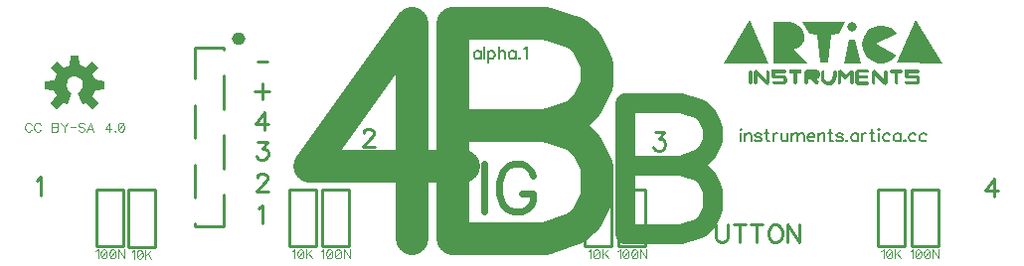
<source format=gbr>
G04 DipTrace 3.3.1.3*
G04 TopSilk.gbr*
%MOIN*%
G04 #@! TF.FileFunction,Legend,Top*
G04 #@! TF.Part,Single*
%ADD10C,0.009843*%
%ADD18C,0.015584*%
%ADD19C,0.032777*%
%ADD20C,0.012511*%
%ADD21C,0.012511*%
%ADD22C,0.012438*%
%ADD23C,0.012438*%
%ADD24C,0.013974*%
%ADD25O,0.015584X0.014044*%
%ADD26O,0.026485X0.032763*%
%ADD27O,0.007829X0.006247*%
%ADD28C,0.014047*%
%ADD29O,0.015657X0.014044*%
%ADD30O,0.012438X0.014044*%
%ADD31O,0.012438X0.010921*%
%ADD32O,0.04467X0.043737*%
%ADD50C,0.004632*%
%ADD51C,0.009264*%
%ADD52C,0.006176*%
%ADD53C,0.111163*%
%ADD54C,0.024703*%
%ADD55C,0.067933*%
%FSLAX26Y26*%
G04*
G70*
G90*
G75*
G01*
G04 TopSilk*
%LPD*%
X3782450Y709509D2*
D10*
X3692450D1*
Y517509D1*
X3782450D1*
Y709509D1*
X2801201D2*
X2711201D1*
Y517509D1*
X2801201D1*
Y709509D1*
X1807451D2*
X1717451D1*
Y517509D1*
X1807451D1*
Y709509D1*
X1051201Y709583D2*
X961201D1*
Y517583D1*
X1051201D1*
Y709583D1*
X3579951Y517509D2*
X3669951D1*
Y709509D1*
X3579951D1*
Y517509D1*
X2598701D2*
X2688701D1*
Y709509D1*
X2598701D1*
Y517509D1*
X1606329D2*
X1696329D1*
Y709509D1*
X1606329D1*
Y517509D1*
X1067451Y515319D2*
X1157451D1*
Y707319D1*
X1067451D1*
Y515319D1*
D18*
X3232304Y1103175D3*
G36*
X3065381Y1132815D2*
X3149739Y1276581D1*
X3215367Y1132815D1*
X3065381D1*
G37*
G36*
X3229195Y1270090D2*
X3288458D1*
X3296286Y1268540D1*
X3307188Y1263866D1*
X3315016Y1259192D1*
X3322772Y1252945D1*
X3327454Y1246698D1*
X3332137Y1237350D1*
X3333673Y1229530D1*
X3335283Y1218631D1*
X3333673Y1209261D1*
X3328991Y1198340D1*
X3322772Y1192093D1*
X3315016Y1185869D1*
X3305651Y1181172D1*
X3297823Y1178071D1*
X3346184Y1132815D1*
X3229195D1*
Y1270090D1*
G37*
G36*
X3327454D2*
X3471002D1*
X3450736Y1231103D1*
X3422641Y1226429D1*
X3413276Y1134387D1*
X3386717D1*
X3377352Y1226429D1*
X3349330Y1231103D1*
X3327454Y1270090D1*
G37*
G36*
X3485050Y1212384D2*
X3505316D1*
X3525582Y1132815D1*
X3466320D1*
X3485050Y1212384D1*
G37*
G36*
X3642572Y1159331D2*
X3573944Y1196789D1*
X3642572Y1232654D1*
X3633207Y1243574D1*
X3623842Y1249821D1*
X3611404Y1256068D1*
X3598893Y1259192D1*
X3584845D1*
X3572407Y1256068D1*
X3559896Y1251372D1*
X3548995Y1243574D1*
X3539630Y1232654D1*
X3533411Y1221733D1*
X3530265Y1209261D1*
X3528728Y1196789D1*
X3530265Y1182745D1*
X3533411Y1170251D1*
X3541166Y1157780D1*
X3550531Y1148432D1*
X3561433Y1140612D1*
X3573944Y1135938D1*
X3584845Y1132815D1*
X3598893D1*
X3611404Y1135938D1*
X3625451Y1142185D1*
X3642572Y1159331D1*
G37*
G36*
X3644108Y1134387D2*
X3708127Y1279461D1*
X3797021Y1132815D1*
X3644108Y1134387D1*
G37*
D19*
X3495146Y1255282D3*
G36*
X3148056Y1103175D2*
X3160567D1*
Y1065738D1*
X3148056D1*
Y1103175D1*
G37*
D20*
X3154311Y1104737D3*
D21*
Y1065738D3*
G36*
X3165249Y1103175D2*
X3177687D1*
Y1065738D1*
X3165249D1*
Y1103175D1*
G37*
D22*
X3171468Y1104737D3*
D23*
Y1065738D3*
G36*
X3205782Y1103175D2*
X3218293D1*
Y1065738D1*
X3205782D1*
Y1103175D1*
G37*
D20*
X3212038Y1104737D3*
D21*
Y1065738D3*
G36*
X3297823Y1101625D2*
X3310334D1*
Y1064188D1*
X3297823D1*
Y1101625D1*
G37*
D20*
X3304078Y1103186D3*
Y1064177D3*
D24*
X3268960Y1085232D3*
D25*
X3268155Y1068087D3*
D18*
X3678459Y1103175D3*
G36*
X3285312Y1110973D2*
X3322772D1*
Y1098501D1*
X3285312D1*
Y1110973D1*
G37*
D20*
X3286885Y1104737D3*
D22*
X3321235D3*
G36*
X3335283Y1103175D2*
X3347721D1*
Y1065738D1*
X3335283D1*
Y1103175D1*
G37*
D22*
X3341502Y1104737D3*
D23*
Y1065738D3*
G36*
X3389863Y1103175D2*
X3402374D1*
Y1084457D1*
X3389863D1*
Y1103175D1*
G37*
D20*
X3396119Y1104737D3*
G36*
X3341502Y1110973D2*
X3375816D1*
Y1078210D1*
X3341502D1*
Y1110973D1*
G37*
G36*
X3430396Y1103175D2*
X3442907D1*
Y1089131D1*
X3430396D1*
Y1103175D1*
G37*
D20*
X3436652Y1104737D3*
D26*
X3373474Y1094591D3*
G36*
X3636353Y1101625D2*
X3648791D1*
Y1064188D1*
X3636353D1*
Y1101625D1*
G37*
D22*
X3642572Y1103186D3*
Y1064177D3*
G36*
X3623842Y1110973D2*
X3661302D1*
Y1098501D1*
X3623842D1*
Y1110973D1*
G37*
D20*
X3625415Y1104737D3*
X3659729D3*
G36*
X3503706Y1103175D2*
X3516217D1*
Y1065738D1*
X3503706D1*
Y1103175D1*
G37*
D20*
X3509962Y1104737D3*
D21*
Y1065738D3*
G36*
X3486586Y1103175D2*
X3499097D1*
Y1065738D1*
X3486586D1*
Y1103175D1*
G37*
D20*
X3492841Y1104737D3*
D21*
Y1065738D3*
G36*
X3446053Y1103175D2*
X3458491D1*
Y1065738D1*
X3446053D1*
Y1103175D1*
G37*
D22*
X3452272Y1104737D3*
D23*
Y1065738D3*
G36*
X3393009Y1087580D2*
X3402374D1*
Y1078210D1*
X3393009D1*
Y1087580D1*
G37*
D27*
X3471770Y1079783D3*
D28*
X3715150Y1085232D3*
D29*
X3714346Y1068087D3*
G36*
X3680032Y1110973D2*
X3717492D1*
Y1098501D1*
X3680032D1*
Y1110973D1*
G37*
D22*
X3681568Y1104737D3*
D20*
X3715919D3*
G36*
X3675349Y1092254D2*
X3712809D1*
Y1081333D1*
X3675349D1*
Y1092254D1*
G37*
D30*
X3676886Y1088356D3*
G36*
X3675349Y1071985D2*
X3712809D1*
Y1061064D1*
X3675349D1*
Y1071985D1*
G37*
G36*
X3171468Y1110973D2*
X3215147Y1071985D1*
X3213611Y1059492D1*
X3207319Y1062615D1*
X3171468Y1093827D1*
Y1110973D1*
G37*
G36*
X3559896Y1103175D2*
X3572407D1*
Y1065738D1*
X3559896D1*
Y1103175D1*
G37*
D20*
X3566152Y1104737D3*
D21*
Y1065738D3*
G36*
X3600429Y1103175D2*
X3612940D1*
Y1065738D1*
X3600429D1*
Y1103175D1*
G37*
D20*
X3606685Y1104737D3*
D21*
Y1065738D3*
G36*
X3566115Y1110973D2*
X3609794Y1071985D1*
X3608258Y1059492D1*
X3602039Y1062615D1*
X3566115Y1093827D1*
Y1110973D1*
G37*
G36*
X3233877D2*
X3271264D1*
Y1098501D1*
X3233877D1*
Y1110973D1*
G37*
D22*
X3235414Y1104737D3*
X3269728D3*
G36*
X3229195Y1092254D2*
X3266655D1*
Y1081333D1*
X3229195D1*
Y1092254D1*
G37*
D30*
X3230731Y1088356D3*
D31*
X3675349Y1066525D3*
G36*
X3229195Y1071985D2*
X3266655D1*
Y1061064D1*
X3229195D1*
Y1071985D1*
G37*
D31*
Y1066525D3*
D22*
X3265045Y1067300D3*
D21*
X3378925Y1065738D3*
G36*
X3354013Y1079783D2*
X3374279Y1061064D1*
X3383644Y1070413D1*
X3371133Y1082906D1*
X3354013Y1079783D1*
G37*
G36*
X3414812Y1059492D2*
X3425713D1*
X3436688Y1067311D1*
X3441371Y1078210D1*
X3442907Y1090704D1*
X3430396Y1092254D1*
X3428860Y1079783D1*
X3414812Y1059492D1*
G37*
G36*
X3389863Y1090704D2*
Y1075109D1*
X3400765Y1061064D1*
X3417958Y1059492D1*
X3432006Y1068862D1*
X3424177Y1073536D1*
X3417958Y1070413D1*
X3408593Y1071985D1*
X3389863Y1090704D1*
G37*
G36*
X3453808Y1110973D2*
X3472538Y1093827D1*
X3489732Y1109422D1*
X3495951Y1100052D1*
X3475685Y1079783D1*
X3467856D1*
X3453808Y1093827D1*
Y1110973D1*
G37*
G36*
X3224512Y1101625D2*
X3236950D1*
Y1089131D1*
X3224512D1*
Y1101625D1*
G37*
G36*
X3265045Y1082906D2*
X3275947D1*
Y1068862D1*
X3265045D1*
Y1082906D1*
G37*
G36*
X3509998Y1112546D2*
X3547385D1*
Y1100052D1*
X3509998D1*
Y1112546D1*
G37*
D23*
X3511535Y1106299D3*
X3545849D3*
G36*
X3508389Y1092254D2*
X3545849D1*
Y1079783D1*
X3508389D1*
Y1092254D1*
G37*
D20*
X3509962Y1086019D3*
D22*
X3544312D3*
G36*
X3509998Y1071985D2*
X3547385D1*
Y1059492D1*
X3509998D1*
Y1071985D1*
G37*
D23*
X3511535Y1065738D3*
X3545849D3*
D20*
X3711236Y1067300D3*
G36*
X3670667Y1101625D2*
X3683105D1*
Y1089131D1*
X3670667D1*
Y1101625D1*
G37*
G36*
X3711200Y1082906D2*
X3722174D1*
Y1068862D1*
X3711200D1*
Y1082906D1*
G37*
G36*
X873413Y1158401D2*
X899931D1*
X904603Y1127203D1*
X923333Y1119399D1*
X948293Y1139689D1*
X968561Y1119399D1*
X948293Y1094445D1*
X956101Y1077276D1*
X987291Y1072594D1*
Y1044518D1*
X956101Y1041396D1*
X948293Y1022685D1*
X967003Y997712D1*
X948293Y979001D1*
X923333Y997712D1*
X912411Y993048D1*
X896816Y1030489D1*
X907738Y1039835D1*
X915526Y1050761D1*
Y1063247D1*
X912411Y1074155D1*
X903046Y1081958D1*
X892123Y1086641D1*
X879643D1*
X868721Y1080398D1*
X862491Y1071033D1*
X859376Y1058565D1*
X862491Y1046078D1*
X870298Y1035153D1*
X878086Y1030489D1*
X862491Y993048D1*
X851568Y997712D1*
X826608Y979001D1*
X807898Y997712D1*
X826608Y1024245D1*
X818801Y1041396D1*
X787611Y1044518D1*
Y1072594D1*
X820378Y1075715D1*
X826608Y1094445D1*
X806341Y1119399D1*
X826608Y1138129D1*
X851568Y1119399D1*
X870298Y1125642D1*
X873413Y1158401D1*
G37*
D32*
X1435911Y1213958D3*
X1289556Y680238D2*
D10*
Y790524D1*
Y585940D2*
Y593673D1*
Y585940D2*
X1387610D1*
Y692131D1*
Y778696D2*
Y892816D1*
X1289556Y880274D2*
Y990559D1*
X1387610Y978666D2*
Y1092852D1*
X1289556Y1080374D2*
Y1185850D1*
X1387610Y1178832D2*
Y1185850D1*
X1289556D1*
X3689813Y501564D2*
D50*
X3692698Y503023D1*
X3697009Y507301D1*
Y477190D1*
X3714894Y507301D2*
X3710583Y505875D1*
X3707698Y501564D1*
X3706272Y494401D1*
Y490090D1*
X3707698Y482927D1*
X3710583Y478616D1*
X3714894Y477190D1*
X3717746D1*
X3722057Y478616D1*
X3724909Y482927D1*
X3726368Y490090D1*
Y494401D1*
X3724909Y501564D1*
X3722057Y505875D1*
X3717746Y507301D1*
X3714894D1*
X3724909Y501564D2*
X3707698Y482927D1*
X3744254Y507301D2*
X3739943Y505875D1*
X3737058Y501564D1*
X3735632Y494401D1*
Y490090D1*
X3737058Y482927D1*
X3739943Y478616D1*
X3744254Y477190D1*
X3747106D1*
X3751417Y478616D1*
X3754269Y482927D1*
X3755728Y490090D1*
Y494401D1*
X3754269Y501564D1*
X3751417Y505875D1*
X3747106Y507301D1*
X3744254D1*
X3754269Y501564D2*
X3737058Y482927D1*
X3785088Y507334D2*
Y477190D1*
X3764992Y507334D1*
Y477190D1*
X2708563Y501564D2*
X2711448Y503023D1*
X2715760Y507301D1*
Y477190D1*
X2733645Y507301D2*
X2729334Y505875D1*
X2726449Y501564D1*
X2725023Y494401D1*
Y490090D1*
X2726449Y482927D1*
X2729334Y478616D1*
X2733645Y477190D1*
X2736497D1*
X2740808Y478616D1*
X2743660Y482927D1*
X2745119Y490090D1*
Y494401D1*
X2743660Y501564D1*
X2740808Y505875D1*
X2736497Y507301D1*
X2733645D1*
X2743660Y501564D2*
X2726449Y482927D1*
X2763005Y507301D2*
X2758694Y505875D1*
X2755809Y501564D1*
X2754383Y494401D1*
Y490090D1*
X2755809Y482927D1*
X2758694Y478616D1*
X2763005Y477190D1*
X2765857D1*
X2770168Y478616D1*
X2773019Y482927D1*
X2774479Y490090D1*
Y494401D1*
X2773019Y501564D1*
X2770168Y505875D1*
X2765857Y507301D1*
X2763005D1*
X2773019Y501564D2*
X2755809Y482927D1*
X2803838Y507334D2*
Y477190D1*
X2783742Y507334D1*
Y477190D1*
X1714814Y501564D2*
X1717699Y503023D1*
X1722010Y507301D1*
Y477190D1*
X1739896Y507301D2*
X1735585Y505875D1*
X1732700Y501564D1*
X1731274Y494401D1*
Y490090D1*
X1732700Y482927D1*
X1735585Y478616D1*
X1739896Y477190D1*
X1742748D1*
X1747059Y478616D1*
X1749911Y482927D1*
X1751370Y490090D1*
Y494401D1*
X1749911Y501564D1*
X1747059Y505875D1*
X1742748Y507301D1*
X1739896D1*
X1749911Y501564D2*
X1732700Y482927D1*
X1769255Y507301D2*
X1764944Y505875D1*
X1762059Y501564D1*
X1760633Y494401D1*
Y490090D1*
X1762059Y482927D1*
X1764944Y478616D1*
X1769255Y477190D1*
X1772107D1*
X1776418Y478616D1*
X1779270Y482927D1*
X1780729Y490090D1*
Y494401D1*
X1779270Y501564D1*
X1776418Y505875D1*
X1772107Y507301D1*
X1769255D1*
X1779270Y501564D2*
X1762059Y482927D1*
X1810089Y507334D2*
Y477190D1*
X1789993Y507334D1*
Y477190D1*
X958563Y501637D2*
X961448Y503096D1*
X965760Y507374D1*
Y477263D1*
X983645Y507374D2*
X979334Y505948D1*
X976449Y501637D1*
X975023Y494474D1*
Y490163D1*
X976449Y483000D1*
X979334Y478689D1*
X983645Y477263D1*
X986497D1*
X990808Y478689D1*
X993660Y483000D1*
X995119Y490163D1*
Y494474D1*
X993660Y501637D1*
X990808Y505948D1*
X986497Y507374D1*
X983645D1*
X993660Y501637D2*
X976449Y483000D1*
X1013005Y507374D2*
X1008694Y505948D1*
X1005809Y501637D1*
X1004383Y494474D1*
Y490163D1*
X1005809Y483000D1*
X1008694Y478689D1*
X1013005Y477263D1*
X1015857D1*
X1020168Y478689D1*
X1023019Y483000D1*
X1024479Y490163D1*
Y494474D1*
X1023019Y501637D1*
X1020168Y505948D1*
X1015857Y507374D1*
X1013005D1*
X1023019Y501637D2*
X1005809Y483000D1*
X1053838Y507407D2*
Y477263D1*
X1033742Y507407D1*
Y477263D1*
X3591994Y501564D2*
X3594879Y503023D1*
X3599190Y507301D1*
Y477190D1*
X3617076Y507301D2*
X3612765Y505875D1*
X3609879Y501564D1*
X3608453Y494401D1*
Y490090D1*
X3609879Y482927D1*
X3612765Y478616D1*
X3617076Y477190D1*
X3619927D1*
X3624238Y478616D1*
X3627090Y482927D1*
X3628549Y490090D1*
Y494401D1*
X3627090Y501564D1*
X3624238Y505875D1*
X3619927Y507301D1*
X3617076D1*
X3627090Y501564D2*
X3609879Y482927D1*
X3637813Y507334D2*
Y477190D1*
X3657909Y507334D2*
X3637813Y487238D1*
X3644976Y494434D2*
X3657909Y477190D1*
X2610743Y501564D2*
X2613628Y503023D1*
X2617939Y507301D1*
Y477190D1*
X2635825Y507301D2*
X2631514Y505875D1*
X2628629Y501564D1*
X2627203Y494401D1*
Y490090D1*
X2628629Y482927D1*
X2631514Y478616D1*
X2635825Y477190D1*
X2638677D1*
X2642988Y478616D1*
X2645840Y482927D1*
X2647299Y490090D1*
Y494401D1*
X2645840Y501564D1*
X2642988Y505875D1*
X2638677Y507301D1*
X2635825D1*
X2645840Y501564D2*
X2628629Y482927D1*
X2656562Y507334D2*
Y477190D1*
X2676658Y507334D2*
X2656562Y487238D1*
X2663725Y494434D2*
X2676658Y477190D1*
X1618372Y501564D2*
X1621257Y503023D1*
X1625568Y507301D1*
Y477190D1*
X1643453Y507301D2*
X1639142Y505875D1*
X1636257Y501564D1*
X1634831Y494401D1*
Y490090D1*
X1636257Y482927D1*
X1639142Y478616D1*
X1643453Y477190D1*
X1646305D1*
X1650616Y478616D1*
X1653468Y482927D1*
X1654927Y490090D1*
Y494401D1*
X1653468Y501564D1*
X1650616Y505875D1*
X1646305Y507301D1*
X1643453D1*
X1653468Y501564D2*
X1636257Y482927D1*
X1664191Y507334D2*
Y477190D1*
X1684287Y507334D2*
X1664191Y487238D1*
X1671354Y494434D2*
X1684287Y477190D1*
X1079494Y499374D2*
X1082379Y500833D1*
X1086690Y505111D1*
Y475000D1*
X1104576Y505111D2*
X1100265Y503685D1*
X1097379Y499374D1*
X1095953Y492211D1*
Y487900D1*
X1097379Y480737D1*
X1100265Y476426D1*
X1104576Y475000D1*
X1107427D1*
X1111738Y476426D1*
X1114590Y480737D1*
X1116049Y487900D1*
Y492211D1*
X1114590Y499374D1*
X1111738Y503685D1*
X1107427Y505111D1*
X1104576D1*
X1114590Y499374D2*
X1097379Y480737D1*
X1125313Y505144D2*
Y475000D1*
X1145409Y505144D2*
X1125313Y485048D1*
X1132476Y492244D2*
X1145409Y475000D1*
X1499263Y747927D2*
D51*
Y750779D1*
X1502115Y756549D1*
X1504966Y759401D1*
X1510737Y762253D1*
X1522211D1*
X1527914Y759401D1*
X1530766Y756549D1*
X1533684Y750779D1*
Y745075D1*
X1530766Y739305D1*
X1525062Y730749D1*
X1496344Y702031D1*
X1536536D1*
X1499860Y1138394D2*
X1533022D1*
X1516408Y1064228D2*
Y1012562D1*
X1490608Y1038362D2*
X1542274D1*
X1523637Y908283D2*
Y968505D1*
X1494919Y928379D1*
X1537963D1*
X1502115Y868507D2*
X1533618D1*
X1516440Y845559D1*
X1525062D1*
X1530766Y842707D1*
X1533618Y839855D1*
X1536536Y831233D1*
Y825530D1*
X1533618Y816907D1*
X1527914Y811137D1*
X1519292Y808285D1*
X1510670D1*
X1502115Y811137D1*
X1499263Y814056D1*
X1496344Y819759D1*
X1502995Y644531D2*
X1508765Y647449D1*
X1517387Y656005D1*
Y595783D1*
X759363Y738281D2*
X765133Y741199D1*
X773755Y749755D1*
Y689533D1*
X3119106Y910419D2*
D52*
X3121007Y908517D1*
X3122953Y910419D1*
X3121007Y912364D1*
X3119106Y910419D1*
X3121007Y897021D2*
Y870227D1*
X3135304Y897021D2*
Y870227D1*
Y889372D2*
X3141052Y895120D1*
X3144899Y897021D1*
X3150603D1*
X3154450Y895120D1*
X3156351Y889372D1*
Y870227D1*
X3189749Y891273D2*
X3187848Y895120D1*
X3182100Y897021D1*
X3176352D1*
X3170604Y895120D1*
X3168702Y891273D1*
X3170604Y887471D1*
X3174450Y885525D1*
X3184001Y883624D1*
X3187848Y881723D1*
X3189749Y877876D1*
Y875975D1*
X3187848Y872172D1*
X3182100Y870227D1*
X3176352D1*
X3170604Y872172D1*
X3168702Y875975D1*
X3207848Y910419D2*
Y877876D1*
X3209750Y872172D1*
X3213597Y870227D1*
X3217399D1*
X3202100Y897021D2*
X3215498D1*
X3229750D2*
Y870227D1*
Y885525D2*
X3231696Y891273D1*
X3235498Y895120D1*
X3239345Y897021D1*
X3245093D1*
X3257445D2*
Y877876D1*
X3259346Y872172D1*
X3263193Y870227D1*
X3268941D1*
X3272743Y872172D1*
X3278491Y877876D1*
Y897021D2*
Y870227D1*
X3290843Y897021D2*
Y870227D1*
Y889372D2*
X3296591Y895120D1*
X3300438Y897021D1*
X3306141D1*
X3309988Y895120D1*
X3311889Y889372D1*
Y870227D1*
Y889372D2*
X3317637Y895120D1*
X3321484Y897021D1*
X3327188D1*
X3331035Y895120D1*
X3332980Y889372D1*
Y870227D1*
X3345332Y885525D2*
X3368280D1*
Y889372D1*
X3366378Y893219D1*
X3364477Y895120D1*
X3360630Y897021D1*
X3354882D1*
X3351080Y895120D1*
X3347233Y891273D1*
X3345332Y885525D1*
Y881723D1*
X3347233Y875975D1*
X3351080Y872172D1*
X3354882Y870227D1*
X3360630D1*
X3364477Y872172D1*
X3368280Y875975D1*
X3380631Y897021D2*
Y870227D1*
Y889372D2*
X3386379Y895120D1*
X3390226Y897021D1*
X3395930D1*
X3399776Y895120D1*
X3401678Y889372D1*
Y870227D1*
X3419777Y910419D2*
Y877876D1*
X3421678Y872172D1*
X3425525Y870227D1*
X3429328D1*
X3414029Y897021D2*
X3427426D1*
X3462726Y891273D2*
X3460824Y895120D1*
X3455076Y897021D1*
X3449328D1*
X3443580Y895120D1*
X3441679Y891273D1*
X3443580Y887471D1*
X3447427Y885525D1*
X3456978Y883624D1*
X3460824Y881723D1*
X3462726Y877876D1*
Y875975D1*
X3460824Y872172D1*
X3455076Y870227D1*
X3449328D1*
X3443580Y872172D1*
X3441679Y875975D1*
X3476978Y874073D2*
X3475077Y872128D1*
X3476978Y870227D1*
X3478924Y872128D1*
X3476978Y874073D1*
X3514223Y897021D2*
Y870227D1*
Y891273D2*
X3510421Y895120D1*
X3506574Y897021D1*
X3500870D1*
X3497023Y895120D1*
X3493221Y891273D1*
X3491275Y885525D1*
Y881723D1*
X3493221Y875975D1*
X3497023Y872172D1*
X3500870Y870227D1*
X3506574D1*
X3510421Y872172D1*
X3514223Y875975D1*
X3526574Y897021D2*
Y870227D1*
Y885525D2*
X3528520Y891273D1*
X3532322Y895120D1*
X3536169Y897021D1*
X3541917D1*
X3560017Y910419D2*
Y877876D1*
X3561918Y872172D1*
X3565765Y870227D1*
X3569567D1*
X3554269Y897021D2*
X3567666D1*
X3581919Y910419D2*
X3583820Y908517D1*
X3585765Y910419D1*
X3583820Y912364D1*
X3581919Y910419D1*
X3583820Y897021D2*
Y870227D1*
X3621109Y891273D2*
X3617262Y895120D1*
X3613415Y897021D1*
X3607712D1*
X3603865Y895120D1*
X3600062Y891273D1*
X3598117Y885525D1*
Y881723D1*
X3600062Y875975D1*
X3603865Y872172D1*
X3607712Y870227D1*
X3613415D1*
X3617262Y872172D1*
X3621109Y875975D1*
X3656408Y897021D2*
Y870227D1*
Y891273D2*
X3652606Y895120D1*
X3648759Y897021D1*
X3643055D1*
X3639208Y895120D1*
X3635406Y891273D1*
X3633460Y885525D1*
Y881723D1*
X3635406Y875975D1*
X3639208Y872172D1*
X3643055Y870227D1*
X3648759D1*
X3652606Y872172D1*
X3656408Y875975D1*
X3670661Y874073D2*
X3668760Y872128D1*
X3670661Y870227D1*
X3672606Y872128D1*
X3670661Y874073D1*
X3707950Y891273D2*
X3704103Y895120D1*
X3700256Y897021D1*
X3694553D1*
X3690706Y895120D1*
X3686903Y891273D1*
X3684958Y885525D1*
Y881723D1*
X3686903Y875975D1*
X3690706Y872172D1*
X3694553Y870227D1*
X3700256D1*
X3704103Y872172D1*
X3707950Y875975D1*
X3743293Y891273D2*
X3739447Y895120D1*
X3735600Y897021D1*
X3729896D1*
X3726049Y895120D1*
X3722247Y891273D1*
X3720301Y885525D1*
Y881723D1*
X3722247Y875975D1*
X3726049Y872172D1*
X3729896Y870227D1*
X3735600D1*
X3739447Y872172D1*
X3743293Y875975D1*
X2833884Y899754D2*
D51*
X2865387D1*
X2848209Y876806D1*
X2856831D1*
X2862535Y873954D1*
X2865387Y871102D1*
X2868305Y862480D1*
Y856776D1*
X2865387Y848154D1*
X2859683Y842384D1*
X2851061Y839532D1*
X2842439D1*
X2833884Y842384D1*
X2831032Y845302D1*
X2828113Y851006D1*
X3969333Y683282D2*
Y743504D1*
X3940615Y703378D1*
X3983659D1*
X743001Y925397D2*
D50*
X741575Y928249D1*
X738690Y931134D1*
X735838Y932560D1*
X730101D1*
X727216Y931134D1*
X724364Y928249D1*
X722905Y925397D1*
X721479Y921086D1*
Y913890D1*
X722905Y909612D1*
X724364Y906727D1*
X727216Y903875D1*
X730101Y902416D1*
X735838D1*
X738690Y903875D1*
X741575Y906727D1*
X743001Y909612D1*
X773787Y925397D2*
X772361Y928249D1*
X769476Y931134D1*
X766624Y932560D1*
X760887D1*
X758002Y931134D1*
X755150Y928249D1*
X753691Y925397D1*
X752265Y921086D1*
Y913890D1*
X753691Y909612D1*
X755150Y906727D1*
X758002Y903875D1*
X760887Y902416D1*
X766624D1*
X769476Y903875D1*
X772361Y906727D1*
X773787Y909612D1*
X812211Y932560D2*
Y902416D1*
X825144D1*
X829455Y903875D1*
X830881Y905301D1*
X832307Y908153D1*
Y912464D1*
X830881Y915349D1*
X829455Y916775D1*
X825144Y918201D1*
X829455Y919660D1*
X830881Y921086D1*
X832307Y923938D1*
Y926823D1*
X830881Y929675D1*
X829455Y931134D1*
X825144Y932560D1*
X812211D1*
Y918201D2*
X825144D1*
X841570Y932560D2*
X853044Y918201D1*
Y902416D1*
X864518Y932560D2*
X853044Y918201D1*
X873782Y917471D2*
X890363D1*
X919722Y928249D2*
X916870Y931134D1*
X912559Y932560D1*
X906822D1*
X902511Y931134D1*
X899626Y928249D1*
Y925397D1*
X901085Y922512D1*
X902511Y921086D1*
X905363Y919660D1*
X913985Y916775D1*
X916870Y915349D1*
X918296Y913890D1*
X919722Y911038D1*
Y906727D1*
X916870Y903875D1*
X912559Y902416D1*
X906822D1*
X902511Y903875D1*
X899626Y906727D1*
X951967Y902416D2*
X940460Y932560D1*
X928986Y902416D1*
X933297Y912464D2*
X947656D1*
X1004750Y902416D2*
Y932527D1*
X990391Y912464D1*
X1011913D1*
X1022602Y905301D2*
X1021177Y903842D1*
X1022602Y902416D1*
X1024062Y903842D1*
X1022602Y905301D1*
X1041947Y932527D2*
X1037636Y931101D1*
X1034751Y926790D1*
X1033325Y919627D1*
Y915316D1*
X1034751Y908153D1*
X1037636Y903842D1*
X1041947Y902416D1*
X1044799D1*
X1049110Y903842D1*
X1051962Y908153D1*
X1053421Y915316D1*
Y919627D1*
X1051962Y926790D1*
X1049110Y931101D1*
X1044799Y932527D1*
X1041947D1*
X1051962Y926790D2*
X1034751Y908153D1*
X2018084Y545604D2*
D53*
Y1268264D1*
X1673467Y786756D1*
X2189994D1*
X2154716Y1269060D2*
Y545604D1*
X2465110D1*
X2568575Y580623D1*
X2602798Y614846D1*
X2637021Y683291D1*
Y786756D1*
X2602798Y855998D1*
X2568575Y890220D1*
X2465110Y924443D1*
X2568575Y959462D1*
X2602798Y993685D1*
X2637021Y1062131D1*
Y1131372D1*
X2602798Y1199818D1*
X2568575Y1234837D1*
X2465110Y1269060D1*
X2154716D1*
Y924443D2*
X2465110D1*
X2249519Y1174454D2*
D52*
Y1147660D1*
Y1168706D2*
X2245716Y1172553D1*
X2241869Y1174454D1*
X2236166D1*
X2232319Y1172553D1*
X2228516Y1168706D1*
X2226571Y1162958D1*
Y1159156D1*
X2228516Y1153408D1*
X2232319Y1149605D1*
X2236166Y1147660D1*
X2241869D1*
X2245716Y1149605D1*
X2249519Y1153408D1*
X2261870Y1187852D2*
Y1147660D1*
X2274221Y1174454D2*
Y1134262D1*
Y1168706D2*
X2278068Y1172509D1*
X2281871Y1174454D1*
X2287619D1*
X2291466Y1172509D1*
X2295268Y1168706D1*
X2297214Y1162958D1*
Y1159112D1*
X2295268Y1153408D1*
X2291466Y1149561D1*
X2287619Y1147660D1*
X2281871D1*
X2278068Y1149561D1*
X2274221Y1153408D1*
X2309565Y1187852D2*
Y1147660D1*
Y1166805D2*
X2315313Y1172553D1*
X2319160Y1174454D1*
X2324908D1*
X2328710Y1172553D1*
X2330612Y1166805D1*
Y1147660D1*
X2365911Y1174454D2*
Y1147660D1*
Y1168706D2*
X2362108Y1172553D1*
X2358262Y1174454D1*
X2352558D1*
X2348711Y1172553D1*
X2344909Y1168706D1*
X2342963Y1162958D1*
Y1159156D1*
X2344909Y1153408D1*
X2348711Y1149605D1*
X2352558Y1147660D1*
X2358262D1*
X2362108Y1149605D1*
X2365911Y1153408D1*
X2380164Y1151506D2*
X2378262Y1149561D1*
X2380164Y1147660D1*
X2382109Y1149561D1*
X2380164Y1151506D1*
X2394461Y1180158D2*
X2398307Y1182104D1*
X2404055Y1187807D1*
Y1147660D1*
X2260836Y794029D2*
D54*
Y633261D1*
X2425025Y755826D2*
X2417420Y771037D1*
X2402033Y786424D1*
X2386823Y794029D1*
X2356225D1*
X2340838Y786424D1*
X2325628Y771037D1*
X2317846Y755826D1*
X2310241Y732834D1*
Y694455D1*
X2317846Y671640D1*
X2325628Y656253D1*
X2340838Y641043D1*
X2356225Y633261D1*
X2386823D1*
X2402033Y641043D1*
X2417420Y656253D1*
X2425025Y671640D1*
Y694455D1*
X2386823D1*
X2732449Y999059D2*
D55*
Y556947D1*
X2922134D1*
X2985363Y578347D1*
X3006277Y599261D1*
X3027191Y641089D1*
Y704317D1*
X3006277Y746632D1*
X2985363Y767546D1*
X2922134Y788460D1*
X2985363Y809860D1*
X3006277Y830774D1*
X3027191Y872602D1*
Y914916D1*
X3006277Y956744D1*
X2985363Y978145D1*
X2922134Y999059D1*
X2732449D1*
Y788460D2*
X2922134D1*
X3037489Y590446D2*
D51*
Y547402D1*
X3040341Y538780D1*
X3046111Y533076D1*
X3054733Y530158D1*
X3060437D1*
X3069059Y533076D1*
X3074829Y538780D1*
X3077681Y547402D1*
Y590446D1*
X3116304D2*
Y530158D1*
X3096208Y590446D2*
X3136400D1*
X3175023D2*
Y530158D1*
X3154927Y590446D2*
X3195119D1*
X3230890D2*
X3225120Y587594D1*
X3219416Y581824D1*
X3216498Y576120D1*
X3213646Y567498D1*
Y553106D1*
X3216498Y544550D1*
X3219416Y538780D1*
X3225120Y533076D1*
X3230890Y530158D1*
X3242364D1*
X3248068Y533076D1*
X3253838Y538780D1*
X3256690Y544550D1*
X3259542Y553106D1*
Y567498D1*
X3256690Y576120D1*
X3253838Y581824D1*
X3248068Y587594D1*
X3242364Y590446D1*
X3230890D1*
X3318261D2*
Y530158D1*
X3278069Y590446D1*
Y530158D1*
X1856032Y897928D2*
Y900780D1*
X1858884Y906550D1*
X1861735Y909402D1*
X1867506Y912254D1*
X1878980D1*
X1884683Y909402D1*
X1887535Y906550D1*
X1890453Y900780D1*
Y895076D1*
X1887535Y889306D1*
X1881831Y880750D1*
X1853113Y852032D1*
X1893305D1*
M02*

</source>
